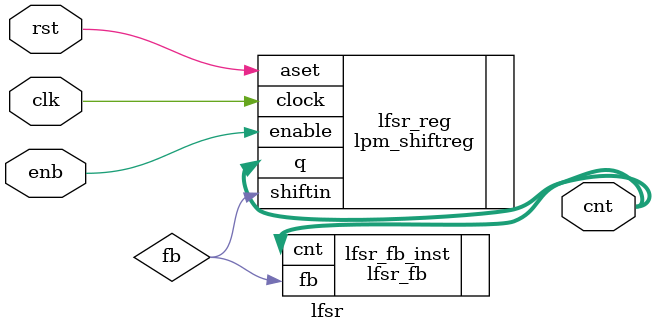
<source format=v>


module lfsr
 #( parameter           WID = 16 ,  // integer: register width, up to 168.
    parameter           INI = 0  )  // int/str: loaded when ald is high. defaults is all 1s. limited to 32 bits.
  ( input               clk      ,  // input  clock
	 input               enb      ,  // clock enable
    input               rst      ,	// async load (loads initial number)
    output wire [WID:1] cnt      ); // output random count number

  // lfst feedback function
  wire fb;
  lfsr_fb      #( .WID(WID) )  // integer: register width, up to 168.
  lfsr_fb_inst  ( .cnt(cnt) ,  // input  clock
                  .fb (fb ) ); // output random count number

  lpm_shiftreg #(
    .LPM_WIDTH    (WID   ), // integer: width of the q ports.
    .LPM_DIRECTION("LEFT"), // string : values are "LEFT", "RIGHT", and or "UNUSED". If omitted, the default is "LEFT".
    .LPM_AVALUE   (INI   )  // int/str: loaded when aset is high. defaults is all 1s. limited to 32 bits.
  ) lfsr_reg (
    .clock  (clk), // positive-edge-triggered clock.
    .enable (enb), // clock enable input.
    .shiftin(fb ), // serial shift data input.
    .aset   (rst), // asynchronous set input (with LPM_AVALUE).
    .q      (cnt)  // data output from the shift register.
  );

endmodule

</source>
